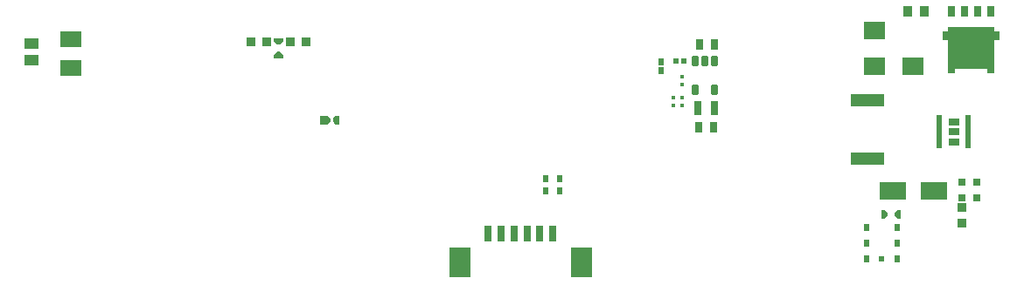
<source format=gbr>
%TF.GenerationSoftware,Altium Limited,Altium Designer,22.2.1 (43)*%
G04 Layer_Color=8421504*
%FSLAX26Y26*%
%MOIN*%
%TF.SameCoordinates,49CA406D-FE3E-4379-A0B2-47437619DC98*%
%TF.FilePolarity,Positive*%
%TF.FileFunction,Paste,Top*%
%TF.Part,Single*%
G01*
G75*
%TA.AperFunction,SMDPad,CuDef*%
%ADD10R,0.037402X0.037402*%
%ADD12R,0.021654X0.019685*%
%ADD13R,0.023622X0.025591*%
%ADD14R,0.023622X0.031496*%
%ADD18R,0.098425X0.066929*%
%ADD19R,0.029528X0.039370*%
%ADD20R,0.035433X0.039370*%
%ADD22R,0.126308X0.045468*%
%ADD23R,0.032000X0.032000*%
%ADD24R,0.031496X0.031496*%
%ADD26R,0.019685X0.129921*%
%ADD27R,0.031496X0.055118*%
%ADD28R,0.017323X0.015748*%
%ADD29R,0.027559X0.039370*%
G04:AMPARAMS|DCode=30|XSize=23.622mil|YSize=39.37mil|CornerRadius=2.008mil|HoleSize=0mil|Usage=FLASHONLY|Rotation=0.000|XOffset=0mil|YOffset=0mil|HoleType=Round|Shape=RoundedRectangle|*
%AMROUNDEDRECTD30*
21,1,0.023622,0.035354,0,0,0.0*
21,1,0.019606,0.039370,0,0,0.0*
1,1,0.004016,0.009803,-0.017677*
1,1,0.004016,-0.009803,-0.017677*
1,1,0.004016,-0.009803,0.017677*
1,1,0.004016,0.009803,0.017677*
%
%ADD30ROUNDEDRECTD30*%
%ADD31R,0.082677X0.066929*%
%ADD32R,0.023622X0.027559*%
%ADD33R,0.023622X0.019685*%
%ADD34R,0.078740X0.118110*%
%ADD35R,0.031496X0.062992*%
%TA.AperFunction,ConnectorPad*%
%ADD36R,0.057087X0.039370*%
%TA.AperFunction,SMDPad,CuDef*%
%ADD37R,0.078740X0.062992*%
%TA.AperFunction,NonConductor*%
%ADD122R,0.023622X0.011811*%
%ADD123R,0.011811X0.023622*%
%ADD196R,0.024016X0.009842*%
%ADD197R,0.039764X0.029528*%
G36*
X3844763Y995630D02*
X3864252Y995630D01*
X3864253Y960001D01*
X3844763Y960001D01*
X3844764Y834016D01*
X3815237Y834015D01*
X3815235Y852715D01*
X3694765Y852718D01*
X3694763Y834016D01*
X3665237Y834015D01*
X3665235Y960000D01*
X3645748Y960000D01*
X3645749Y995630D01*
X3665236Y995630D01*
X3665236Y1012362D01*
X3844764Y1012363D01*
X3844763Y995630D01*
D02*
G37*
G36*
X1132717Y955591D02*
X1120906Y943780D01*
X1109095Y943779D01*
X1097283Y955591D01*
X1097283Y967402D01*
X1132716D01*
X1132717Y955591D01*
D02*
G37*
G36*
X1132717Y904409D02*
X1132717Y892599D01*
X1097284Y892598D01*
X1097284Y904409D01*
X1109094Y916220D01*
X1120906D01*
X1132717Y904409D01*
D02*
G37*
G36*
X1347402Y639252D02*
X1331260D01*
X1323386Y650079D01*
X1323386Y659921D01*
X1331259Y670747D01*
X1347401Y670748D01*
X1347402Y639252D01*
D02*
G37*
G36*
X1312363Y659921D02*
X1312363Y650079D01*
X1298583Y639251D01*
X1272598Y639252D01*
X1272599Y670748D01*
X1298582Y670748D01*
X1312363Y659921D01*
D02*
G37*
G36*
X3487401Y277284D02*
X3475590Y277283D01*
X3463780Y289095D01*
X3463780Y300905D01*
X3475590Y312716D01*
X3487402Y312717D01*
X3487401Y277284D01*
D02*
G37*
G36*
X3424410Y312716D02*
X3436221Y300906D01*
X3436220Y289095D01*
X3424410Y277283D01*
X3412599Y277283D01*
X3412599Y312717D01*
X3424410Y312716D01*
D02*
G37*
D10*
X1068543Y955000D02*
D03*
X1011457D02*
D03*
X1218543Y955000D02*
D03*
X1161457D02*
D03*
D12*
X2630236Y880000D02*
D03*
X2659764D02*
D03*
D13*
X2575000Y843268D02*
D03*
X2575000Y876732D02*
D03*
D14*
X2185591Y430001D02*
D03*
X2134410Y430001D02*
D03*
X2134409Y385000D02*
D03*
X2185591Y385000D02*
D03*
D18*
X3613742Y385000D02*
D03*
X3456259Y385001D02*
D03*
D19*
X3830001Y1070040D02*
D03*
X3780001Y1070038D02*
D03*
X3729999Y1070039D02*
D03*
X3679999Y1070039D02*
D03*
X3755001Y959999D02*
D03*
D20*
X3576496Y1069999D02*
D03*
X3513505Y1070000D02*
D03*
D22*
X3359999Y508754D02*
D03*
X3360000Y731246D02*
D03*
D23*
X3719643Y259501D02*
D03*
X3719642Y319500D02*
D03*
D24*
X3777235Y357638D02*
D03*
Y416693D02*
D03*
X3720835Y358622D02*
D03*
X3720836Y417677D02*
D03*
D26*
X3634882Y610000D02*
D03*
X3745118Y610000D02*
D03*
D27*
X2713385Y699897D02*
D03*
X2776378Y699898D02*
D03*
D28*
X2652247Y710567D02*
D03*
X2652246Y740488D02*
D03*
X2619701Y740525D02*
D03*
Y710604D02*
D03*
X2651898Y790568D02*
D03*
X2651897Y820488D02*
D03*
D29*
X2773291Y627697D02*
D03*
X2718171Y627697D02*
D03*
X2721709Y943247D02*
D03*
X2776829Y943247D02*
D03*
D30*
X2776693Y772685D02*
D03*
X2701890Y772685D02*
D03*
X2701890Y880953D02*
D03*
X2739291Y880953D02*
D03*
X2776693Y880953D02*
D03*
D31*
X3385197Y861102D02*
D03*
X3534803D02*
D03*
X3385197Y998898D02*
D03*
D32*
X3472087Y125945D02*
D03*
Y185000D02*
D03*
Y244056D02*
D03*
X3357914D02*
D03*
Y185000D02*
D03*
Y125945D02*
D03*
D33*
X3415000D02*
D03*
D34*
X2269544Y109551D02*
D03*
X1806394Y109551D02*
D03*
D35*
X2160457Y220205D02*
D03*
X2111245Y220204D02*
D03*
X2062032Y220205D02*
D03*
X2012820Y220204D02*
D03*
X1963607Y220205D02*
D03*
X1914395Y220205D02*
D03*
D36*
X175000Y883504D02*
D03*
X175000Y946496D02*
D03*
D37*
X325000Y965118D02*
D03*
Y854882D02*
D03*
D122*
X3475576Y295002D02*
D03*
D123*
X1114996Y904409D02*
D03*
D196*
X1335392Y655018D02*
D03*
D197*
X3690000Y649432D02*
D03*
X3690061Y610002D02*
D03*
X3690000Y570694D02*
D03*
%TF.MD5,b953200b7fef3779b099384948ed3b36*%
M02*

</source>
